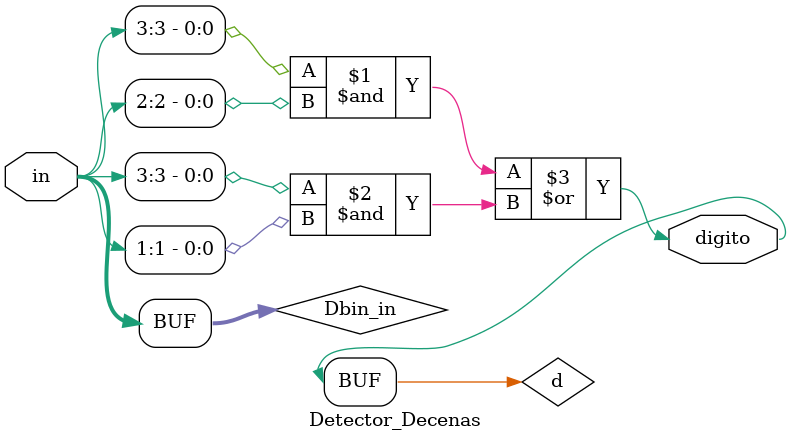
<source format=sv>
`timescale 1ns / 1ps

module Detector_Decenas(input logic [3:0]in,
					    output logic digito);

    logic [3:0]Dbin_in; //Entrada al bloque combinacional
    logic d;
    

    assign Dbin_in[3:0] = in[3:0]; 
    assign digito = d;

    //Detección de decenas
 
    assign d  =  Dbin_in[3] & Dbin_in[2] |  Dbin_in[3] & Dbin_in[1];
        
 
endmodule

</source>
